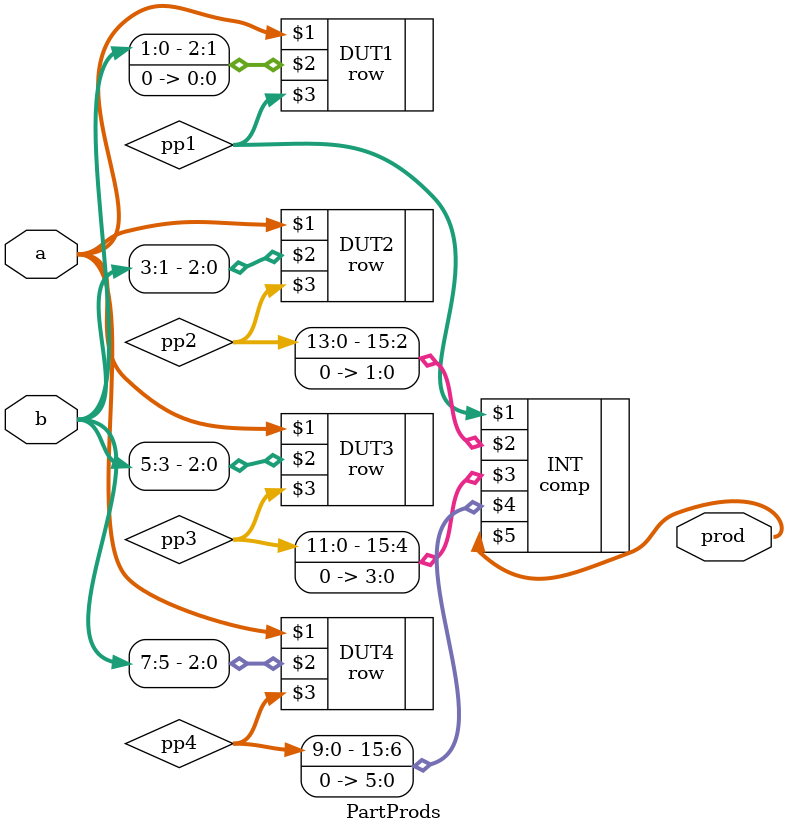
<source format=v>
`timescale 1ns / 1ps


module PartProds(
input [7:0]a,
input [7:0]b,
output [15:0] prod
    );
    
    wire [15:0]pp1; wire [15:0]pp2;
    wire [15:0]pp3; wire [15:0]pp4;
    
    row DUT1(a,{b[1],b[0],1'b0},pp1);
    row DUT2(a,b[3:1],pp2);
    row DUT3(a,b[5:3],pp3);
    row DUT4(a,b[7:5],pp4);
    
//    assign prod = pp1 + {pp2[13:0],2'b0} + {pp3[11:0],4'b0} + {pp4[9:0],6'b0};
    comp INT(pp1,{pp2[13:0],2'b0},{pp3[11:0],4'b0},{pp4[9:0],6'b0},prod);
    
endmodule

</source>
